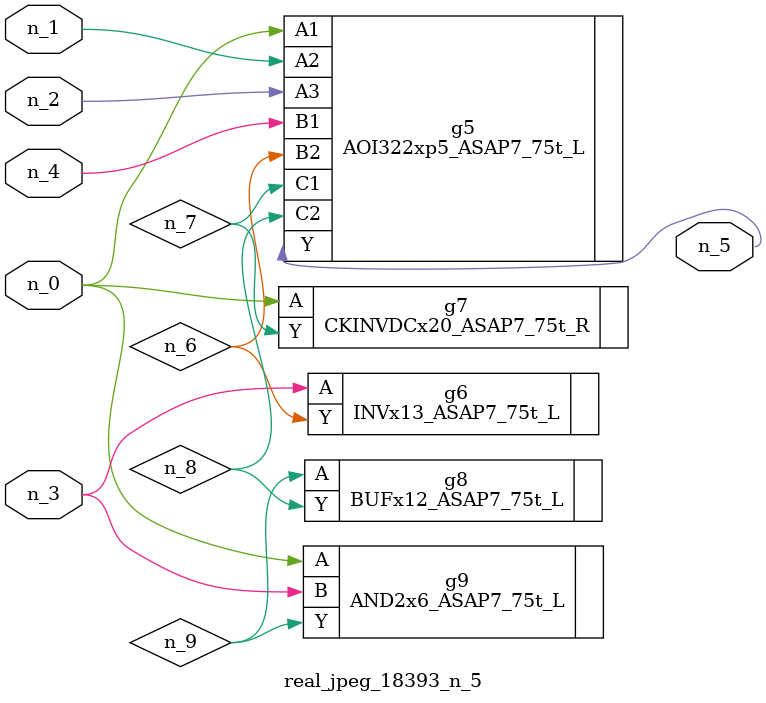
<source format=v>
module real_jpeg_18393_n_5 (n_4, n_0, n_1, n_2, n_3, n_5);

input n_4;
input n_0;
input n_1;
input n_2;
input n_3;

output n_5;

wire n_8;
wire n_6;
wire n_7;
wire n_9;

AOI322xp5_ASAP7_75t_L g5 ( 
.A1(n_0),
.A2(n_1),
.A3(n_2),
.B1(n_4),
.B2(n_6),
.C1(n_7),
.C2(n_8),
.Y(n_5)
);

CKINVDCx20_ASAP7_75t_R g7 ( 
.A(n_0),
.Y(n_7)
);

AND2x6_ASAP7_75t_L g9 ( 
.A(n_0),
.B(n_3),
.Y(n_9)
);

INVx13_ASAP7_75t_L g6 ( 
.A(n_3),
.Y(n_6)
);

BUFx12_ASAP7_75t_L g8 ( 
.A(n_9),
.Y(n_8)
);


endmodule
</source>
